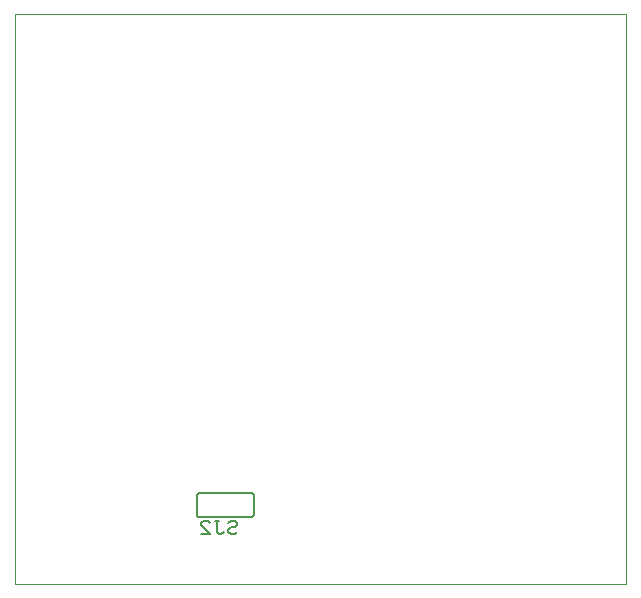
<source format=gbo>
G75*
%MOIN*%
%OFA0B0*%
%FSLAX24Y24*%
%IPPOS*%
%LPD*%
%AMOC8*
5,1,8,0,0,1.08239X$1,22.5*
%
%ADD10C,0.0000*%
%ADD11C,0.0060*%
%ADD12C,0.0050*%
D10*
X000180Y000180D02*
X000180Y019176D01*
X020550Y019176D01*
X020550Y000180D01*
X000180Y000180D01*
D11*
X006230Y002505D02*
X006230Y003105D01*
X006232Y003122D01*
X006236Y003139D01*
X006243Y003155D01*
X006253Y003169D01*
X006266Y003182D01*
X006280Y003192D01*
X006296Y003199D01*
X006313Y003203D01*
X006330Y003205D01*
X008030Y003205D01*
X008047Y003203D01*
X008064Y003199D01*
X008080Y003192D01*
X008094Y003182D01*
X008107Y003169D01*
X008117Y003155D01*
X008124Y003139D01*
X008128Y003122D01*
X008130Y003105D01*
X008130Y002505D01*
X008128Y002488D01*
X008124Y002471D01*
X008117Y002455D01*
X008107Y002441D01*
X008094Y002428D01*
X008080Y002418D01*
X008064Y002411D01*
X008047Y002407D01*
X008030Y002405D01*
X006330Y002405D01*
X006313Y002407D01*
X006296Y002411D01*
X006280Y002418D01*
X006266Y002428D01*
X006253Y002441D01*
X006243Y002455D01*
X006236Y002471D01*
X006232Y002488D01*
X006230Y002505D01*
D12*
X006440Y002280D02*
X006590Y002280D01*
X006665Y002205D01*
X006826Y002280D02*
X006976Y002280D01*
X006901Y002280D02*
X006901Y001905D01*
X006976Y001830D01*
X007051Y001830D01*
X007126Y001905D01*
X007286Y001905D02*
X007361Y001830D01*
X007511Y001830D01*
X007586Y001905D01*
X007511Y002055D02*
X007361Y002055D01*
X007286Y001980D01*
X007286Y001905D01*
X007286Y002205D02*
X007361Y002280D01*
X007511Y002280D01*
X007586Y002205D01*
X007586Y002130D01*
X007511Y002055D01*
X006665Y001830D02*
X006365Y002130D01*
X006365Y002205D01*
X006440Y002280D01*
X006365Y001830D02*
X006665Y001830D01*
M02*

</source>
